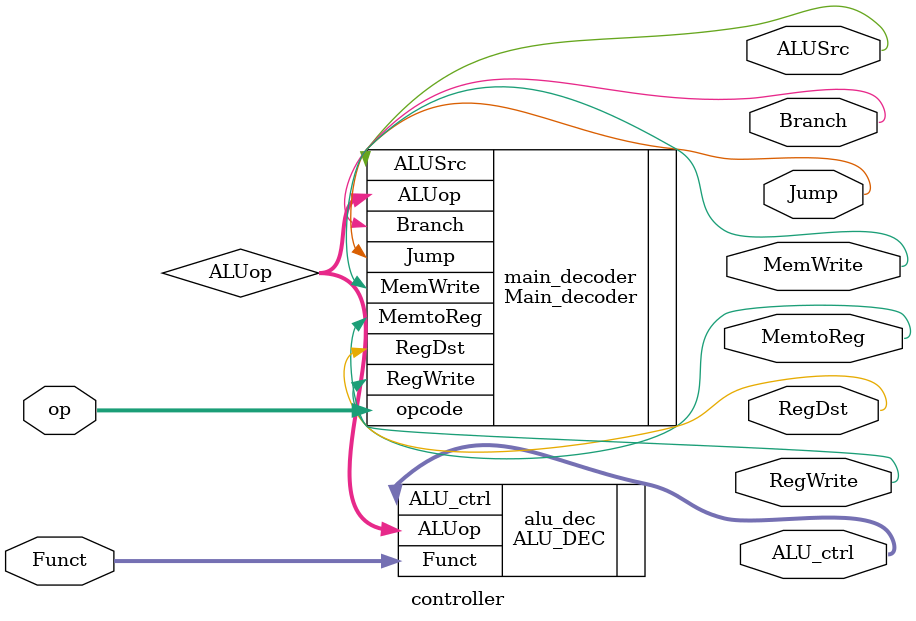
<source format=v>
module controller(
   input [5:0] op , Funct,
   output MemtoReg , MemWrite , Branch , ALUSrc , RegDst , RegWrite , Jump ,
   output [2:0] ALU_ctrl 
      );
wire [1:0]ALUop ;
Main_decoder main_decoder(.opcode(op),
                          .ALUop(ALUop),
                          .MemtoReg(MemtoReg) , 
                          .MemWrite(MemWrite) , 
                          .Branch(Branch) , 
                          .ALUSrc(ALUSrc) , 
                          .RegDst(RegDst) , 
                          .RegWrite(RegWrite) , 
                          .Jump(Jump) );   
              
ALU_DEC  alu_dec (.ALUop(ALUop),
                  .Funct(Funct),
                  .ALU_ctrl(ALU_ctrl));
endmodule

</source>
